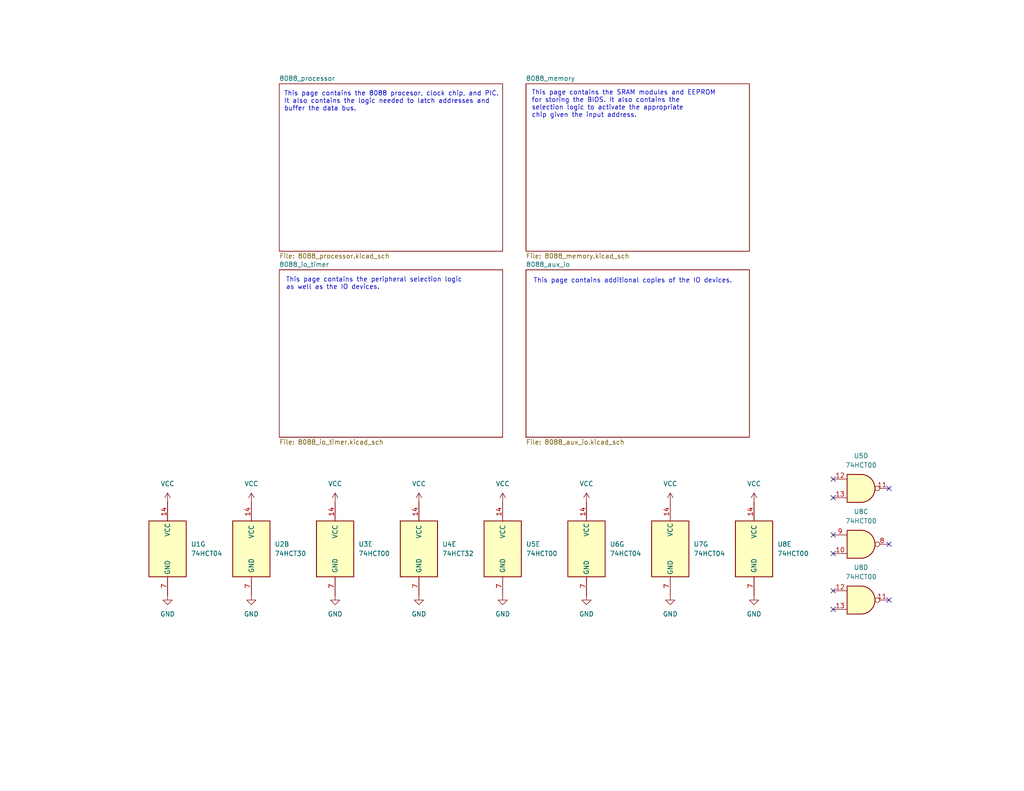
<source format=kicad_sch>
(kicad_sch (version 20231120) (generator "eeschema") (generator_version "8.0")
  (paper "A")
  (title_block (title "8088 Breadboard Computer") (date "2024-11-13") (rev "A") (company "St. Lawrence University") (comment 1 "Author: Kevin Angstadt"))
  (lib_symbols
    (symbol "74xx:74HCT00" (pin_names (offset 1.016))
      (property "Reference" "U" (at 0 1.27 0))
      (property "Value" "74HCT00" (at 0 -1.27 0))
      (symbol "74HCT00_1_1"
        (arc (start 0 -3.81) (mid 3.7934 0) (end 0 3.81) (stroke (width 0.254)) (fill (type background)))
        (polyline (pts (xy 0 3.81) (xy -3.81 3.81) (xy -3.81 -3.81) (xy 0 -3.81)) (stroke (width 0.254)) (fill (type background)))
        (pin input line (at -7.62 2.54 0) (length 3.81) (name "~") (number "1"))
        (pin input line (at -7.62 -2.54 0) (length 3.81) (name "~") (number "2"))
        (pin output inverted (at 7.62 0 180) (length 3.81) (name "~") (number "3"))
      )
      (symbol "74HCT00_1_2"
        (arc (start -3.81 -3.81) (mid -2.589 0) (end -3.81 3.81) (stroke (width 0.254)))
        (arc (start -0.6096 -3.81) (mid 2.1842 -2.5851) (end 3.81 0) (stroke (width 0.254)) (fill (type background)))
        (polyline (pts (xy -3.81 -3.81) (xy -0.635 -3.81)) (stroke (width 0.254)) (fill (type background)))
        (polyline (pts (xy -3.81 3.81) (xy -0.635 3.81)) (stroke (width 0.254)) (fill (type background)))
        (polyline (pts (xy -0.635 3.81) (xy -3.81 3.81) (xy -3.81 3.81) (xy -3.556 3.4036) (xy -3.0226 2.2606) (xy -2.6924 1.0414) (xy -2.6162 -0.254) (xy -2.7686 -1.4986) (xy -3.175 -2.7178) (xy -3.81 -3.81) (xy -3.81 -3.81) (xy -0.635 -3.81)) (stroke (width -25.4)) (fill (type background)))
        (arc (start 3.81 0) (mid 2.1915 2.5936) (end -0.6096 3.81) (stroke (width 0.254)) (fill (type background)))
        (pin input inverted (at -7.62 2.54 0) (length 4.318) (name "~") (number "1"))
        (pin input inverted (at -7.62 -2.54 0) (length 4.318) (name "~") (number "2"))
        (pin output line (at 7.62 0 180) (length 3.81) (name "~") (number "3"))
      )
      (symbol "74HCT00_2_1"
        (arc (start 0 -3.81) (mid 3.7934 0) (end 0 3.81) (stroke (width 0.254)) (fill (type background)))
        (polyline (pts (xy 0 3.81) (xy -3.81 3.81) (xy -3.81 -3.81) (xy 0 -3.81)) (stroke (width 0.254)) (fill (type background)))
        (pin input line (at -7.62 2.54 0) (length 3.81) (name "~") (number "4"))
        (pin input line (at -7.62 -2.54 0) (length 3.81) (name "~") (number "5"))
        (pin output inverted (at 7.62 0 180) (length 3.81) (name "~") (number "6"))
      )
      (symbol "74HCT00_2_2"
        (arc (start -3.81 -3.81) (mid -2.589 0) (end -3.81 3.81) (stroke (width 0.254)))
        (arc (start -0.6096 -3.81) (mid 2.1842 -2.5851) (end 3.81 0) (stroke (width 0.254)) (fill (type background)))
        (polyline (pts (xy -3.81 -3.81) (xy -0.635 -3.81)) (stroke (width 0.254)) (fill (type background)))
        (polyline (pts (xy -3.81 3.81) (xy -0.635 3.81)) (stroke (width 0.254)) (fill (type background)))
        (polyline (pts (xy -0.635 3.81) (xy -3.81 3.81) (xy -3.81 3.81) (xy -3.556 3.4036) (xy -3.0226 2.2606) (xy -2.6924 1.0414) (xy -2.6162 -0.254) (xy -2.7686 -1.4986) (xy -3.175 -2.7178) (xy -3.81 -3.81) (xy -3.81 -3.81) (xy -0.635 -3.81)) (stroke (width -25.4)) (fill (type background)))
        (arc (start 3.81 0) (mid 2.1915 2.5936) (end -0.6096 3.81) (stroke (width 0.254)) (fill (type background)))
        (pin input inverted (at -7.62 2.54 0) (length 4.318) (name "~") (number "4"))
        (pin input inverted (at -7.62 -2.54 0) (length 4.318) (name "~") (number "5"))
        (pin output line (at 7.62 0 180) (length 3.81) (name "~") (number "6"))
      )
      (symbol "74HCT00_3_1"
        (arc (start 0 -3.81) (mid 3.7934 0) (end 0 3.81) (stroke (width 0.254)) (fill (type background)))
        (polyline (pts (xy 0 3.81) (xy -3.81 3.81) (xy -3.81 -3.81) (xy 0 -3.81)) (stroke (width 0.254)) (fill (type background)))
        (pin input line (at -7.62 -2.54 0) (length 3.81) (name "~") (number "10"))
        (pin output inverted (at 7.62 0 180) (length 3.81) (name "~") (number "8"))
        (pin input line (at -7.62 2.54 0) (length 3.81) (name "~") (number "9"))
      )
      (symbol "74HCT00_3_2"
        (arc (start -3.81 -3.81) (mid -2.589 0) (end -3.81 3.81) (stroke (width 0.254)))
        (arc (start -0.6096 -3.81) (mid 2.1842 -2.5851) (end 3.81 0) (stroke (width 0.254)) (fill (type background)))
        (polyline (pts (xy -3.81 -3.81) (xy -0.635 -3.81)) (stroke (width 0.254)) (fill (type background)))
        (polyline (pts (xy -3.81 3.81) (xy -0.635 3.81)) (stroke (width 0.254)) (fill (type background)))
        (polyline (pts (xy -0.635 3.81) (xy -3.81 3.81) (xy -3.81 3.81) (xy -3.556 3.4036) (xy -3.0226 2.2606) (xy -2.6924 1.0414) (xy -2.6162 -0.254) (xy -2.7686 -1.4986) (xy -3.175 -2.7178) (xy -3.81 -3.81) (xy -3.81 -3.81) (xy -0.635 -3.81)) (stroke (width -25.4)) (fill (type background)))
        (arc (start 3.81 0) (mid 2.1915 2.5936) (end -0.6096 3.81) (stroke (width 0.254)) (fill (type background)))
        (pin input inverted (at -7.62 -2.54 0) (length 4.318) (name "~") (number "10"))
        (pin output line (at 7.62 0 180) (length 3.81) (name "~") (number "8"))
        (pin input inverted (at -7.62 2.54 0) (length 4.318) (name "~") (number "9"))
      )
      (symbol "74HCT00_4_1"
        (arc (start 0 -3.81) (mid 3.7934 0) (end 0 3.81) (stroke (width 0.254)) (fill (type background)))
        (polyline (pts (xy 0 3.81) (xy -3.81 3.81) (xy -3.81 -3.81) (xy 0 -3.81)) (stroke (width 0.254)) (fill (type background)))
        (pin output inverted (at 7.62 0 180) (length 3.81) (name "~") (number "11"))
        (pin input line (at -7.62 2.54 0) (length 3.81) (name "~") (number "12"))
        (pin input line (at -7.62 -2.54 0) (length 3.81) (name "~") (number "13"))
      )
      (symbol "74HCT00_4_2"
        (arc (start -3.81 -3.81) (mid -2.589 0) (end -3.81 3.81) (stroke (width 0.254)))
        (arc (start -0.6096 -3.81) (mid 2.1842 -2.5851) (end 3.81 0) (stroke (width 0.254)) (fill (type background)))
        (polyline (pts (xy -3.81 -3.81) (xy -0.635 -3.81)) (stroke (width 0.254)) (fill (type background)))
        (polyline (pts (xy -3.81 3.81) (xy -0.635 3.81)) (stroke (width 0.254)) (fill (type background)))
        (polyline (pts (xy -0.635 3.81) (xy -3.81 3.81) (xy -3.81 3.81) (xy -3.556 3.4036) (xy -3.0226 2.2606) (xy -2.6924 1.0414) (xy -2.6162 -0.254) (xy -2.7686 -1.4986) (xy -3.175 -2.7178) (xy -3.81 -3.81) (xy -3.81 -3.81) (xy -0.635 -3.81)) (stroke (width -25.4)) (fill (type background)))
        (arc (start 3.81 0) (mid 2.1915 2.5936) (end -0.6096 3.81) (stroke (width 0.254)) (fill (type background)))
        (pin output line (at 7.62 0 180) (length 3.81) (name "~") (number "11"))
        (pin input inverted (at -7.62 2.54 0) (length 4.318) (name "~") (number "12"))
        (pin input inverted (at -7.62 -2.54 0) (length 4.318) (name "~") (number "13"))
      )
      (symbol "74HCT00_5_0"
        (pin power_in line (at 0 12.7 270) (length 5.08) (name "VCC") (number "14"))
        (pin power_in line (at 0 -12.7 90) (length 5.08) (name "GND") (number "7"))
      )
      (symbol "74HCT00_5_1"
        (rectangle (start -5.08 7.62) (end 5.08 -7.62) (stroke (width 0.254)) (fill (type background)))
      )
    )
    (symbol "74xx:74HCT04"
      (property "Reference" "U" (at 0 1.27 0))
      (property "Value" "74HCT04" (at 0 -1.27 0))
      (symbol "74HCT04_1_0"
        (polyline (pts (xy -3.81 3.81) (xy -3.81 -3.81) (xy 3.81 0) (xy -3.81 3.81)) (stroke (width 0.254)) (fill (type background)))
        (pin input line (at -7.62 0 0) (length 3.81) (name "~") (number "1"))
        (pin output inverted (at 7.62 0 180) (length 3.81) (name "~") (number "2"))
      )
      (symbol "74HCT04_2_0"
        (polyline (pts (xy -3.81 3.81) (xy -3.81 -3.81) (xy 3.81 0) (xy -3.81 3.81)) (stroke (width 0.254)) (fill (type background)))
        (pin input line (at -7.62 0 0) (length 3.81) (name "~") (number "3"))
        (pin output inverted (at 7.62 0 180) (length 3.81) (name "~") (number "4"))
      )
      (symbol "74HCT04_3_0"
        (polyline (pts (xy -3.81 3.81) (xy -3.81 -3.81) (xy 3.81 0) (xy -3.81 3.81)) (stroke (width 0.254)) (fill (type background)))
        (pin input line (at -7.62 0 0) (length 3.81) (name "~") (number "5"))
        (pin output inverted (at 7.62 0 180) (length 3.81) (name "~") (number "6"))
      )
      (symbol "74HCT04_4_0"
        (polyline (pts (xy -3.81 3.81) (xy -3.81 -3.81) (xy 3.81 0) (xy -3.81 3.81)) (stroke (width 0.254)) (fill (type background)))
        (pin output inverted (at 7.62 0 180) (length 3.81) (name "~") (number "8"))
        (pin input line (at -7.62 0 0) (length 3.81) (name "~") (number "9"))
      )
      (symbol "74HCT04_5_0"
        (polyline (pts (xy -3.81 3.81) (xy -3.81 -3.81) (xy 3.81 0) (xy -3.81 3.81)) (stroke (width 0.254)) (fill (type background)))
        (pin output inverted (at 7.62 0 180) (length 3.81) (name "~") (number "10"))
        (pin input line (at -7.62 0 0) (length 3.81) (name "~") (number "11"))
      )
      (symbol "74HCT04_6_0"
        (polyline (pts (xy -3.81 3.81) (xy -3.81 -3.81) (xy 3.81 0) (xy -3.81 3.81)) (stroke (width 0.254)) (fill (type background)))
        (pin output inverted (at 7.62 0 180) (length 3.81) (name "~") (number "12"))
        (pin input line (at -7.62 0 0) (length 3.81) (name "~") (number "13"))
      )
      (symbol "74HCT04_7_0"
        (pin power_in line (at 0 12.7 270) (length 5.08) (name "VCC") (number "14"))
        (pin power_in line (at 0 -12.7 90) (length 5.08) (name "GND") (number "7"))
      )
      (symbol "74HCT04_7_1"
        (rectangle (start -5.08 7.62) (end 5.08 -7.62) (stroke (width 0.254)) (fill (type background)))
      )
    )
    (symbol "8088_Library:74HCT30" (pin_names (offset 1.016))
      (property "Reference" "U" (at 0 1.27 0))
      (property "Value" "74HCT30" (at 0 -1.27 0))
      (symbol "74HCT30_1_1"
        (arc (start 0 -3.81) (mid 3.7934 0) (end 0 3.81) (stroke (width 0.254)) (fill (type background)))
        (polyline (pts (xy -3.81 7.62) (xy -3.81 -10.16)) (stroke (width 0.254)))
        (polyline (pts (xy 0 3.81) (xy -3.81 3.81) (xy -3.81 -3.81) (xy 0 -3.81)) (stroke (width 0.254)) (fill (type background)))
        (pin input line (at -7.62 7.62 0) (length 3.81) (name "~") (number "1"))
        (pin input line (at -7.62 -7.62 0) (length 3.81) (name "~") (number "11"))
        (pin input line (at -7.62 -10.16 0) (length 3.81) (name "~") (number "12"))
        (pin input line (at -7.62 5.08 0) (length 3.81) (name "~") (number "2"))
        (pin input line (at -7.62 2.54 0) (length 3.81) (name "~") (number "3"))
        (pin input line (at -7.62 0 0) (length 3.81) (name "~") (number "4"))
        (pin input line (at -7.62 -2.54 0) (length 3.81) (name "~") (number "5"))
        (pin input line (at -7.62 -5.08 0) (length 3.81) (name "~") (number "6"))
        (pin output inverted (at 7.62 0 180) (length 3.81) (name "~") (number "8"))
      )
      (symbol "74HCT30_1_2"
        (arc (start -3.81 -3.81) (mid -2.589 0) (end -3.81 3.81) (stroke (width 0.254)))
        (arc (start -0.6096 -3.81) (mid 2.1842 -2.5851) (end 3.81 0) (stroke (width 0.254)) (fill (type background)))
        (polyline (pts (xy -3.81 -3.81) (xy -3.81 -10.16)) (stroke (width 0.254)))
        (polyline (pts (xy -3.81 -3.81) (xy -0.635 -3.81)) (stroke (width 0.254)) (fill (type background)))
        (polyline (pts (xy -3.81 3.81) (xy -0.635 3.81)) (stroke (width 0.254)) (fill (type background)))
        (polyline (pts (xy -3.81 7.62) (xy -3.81 3.81)) (stroke (width 0.254)))
        (polyline (pts (xy -0.635 3.81) (xy -3.81 3.81) (xy -3.81 3.81) (xy -3.556 3.4036) (xy -3.0226 2.2606) (xy -2.6924 1.0414) (xy -2.6162 -0.254) (xy -2.7686 -1.4986) (xy -3.175 -2.7178) (xy -3.81 -3.81) (xy -3.81 -3.81) (xy -0.635 -3.81)) (stroke (width -25.4)) (fill (type background)))
        (arc (start 3.81 0) (mid 2.1915 2.5936) (end -0.6096 3.81) (stroke (width 0.254)) (fill (type background)))
        (pin input inverted (at -7.62 7.62 0) (length 3.81) (name "~") (number "1"))
        (pin input inverted (at -7.62 -7.62 0) (length 3.81) (name "~") (number "11"))
        (pin input inverted (at -7.62 -10.16 0) (length 3.81) (name "~") (number "12"))
        (pin input inverted (at -7.62 5.08 0) (length 3.81) (name "~") (number "2"))
        (pin input inverted (at -7.62 2.54 0) (length 4.5466) (name "~") (number "3"))
        (pin input inverted (at -7.62 0 0) (length 5.08) (name "~") (number "4"))
        (pin input inverted (at -7.62 -2.54 0) (length 4.5466) (name "~") (number "5"))
        (pin input inverted (at -7.62 -5.08 0) (length 3.81) (name "~") (number "6"))
        (pin output line (at 7.62 0 180) (length 3.81) (name "~") (number "8"))
      )
      (symbol "74HCT30_2_0"
        (pin power_in line (at 0 12.7 270) (length 5.08) (name "VCC") (number "14"))
        (pin power_in line (at 0 -12.7 90) (length 5.08) (name "GND") (number "7"))
      )
      (symbol "74HCT30_2_1"
        (rectangle (start -5.08 7.62) (end 5.08 -7.62) (stroke (width 0.254)) (fill (type background)))
      )
    )
    (symbol "8088_Library:74HCT32" (pin_names (offset 1.016))
      (property "Reference" "U" (at 0 1.27 0))
      (property "Value" "74HCT32" (at 0 -1.27 0))
      (symbol "74HCT32_1_1"
        (arc (start -3.81 -3.81) (mid -2.589 0) (end -3.81 3.81) (stroke (width 0.254)))
        (arc (start -0.6096 -3.81) (mid 2.1842 -2.5851) (end 3.81 0) (stroke (width 0.254)) (fill (type background)))
        (polyline (pts (xy -3.81 -3.81) (xy -0.635 -3.81)) (stroke (width 0.254)) (fill (type background)))
        (polyline (pts (xy -3.81 3.81) (xy -0.635 3.81)) (stroke (width 0.254)) (fill (type background)))
        (polyline (pts (xy -0.635 3.81) (xy -3.81 3.81) (xy -3.81 3.81) (xy -3.556 3.4036) (xy -3.0226 2.2606) (xy -2.6924 1.0414) (xy -2.6162 -0.254) (xy -2.7686 -1.4986) (xy -3.175 -2.7178) (xy -3.81 -3.81) (xy -3.81 -3.81) (xy -0.635 -3.81)) (stroke (width -25.4)) (fill (type background)))
        (arc (start 3.81 0) (mid 2.1915 2.5936) (end -0.6096 3.81) (stroke (width 0.254)) (fill (type background)))
        (pin input line (at -7.62 2.54 0) (length 4.318) (name "~") (number "1"))
        (pin input line (at -7.62 -2.54 0) (length 4.318) (name "~") (number "2"))
        (pin output line (at 7.62 0 180) (length 3.81) (name "~") (number "3"))
      )
      (symbol "74HCT32_1_2"
        (arc (start 0 -3.81) (mid 3.7934 0) (end 0 3.81) (stroke (width 0.254)) (fill (type background)))
        (polyline (pts (xy 0 3.81) (xy -3.81 3.81) (xy -3.81 -3.81) (xy 0 -3.81)) (stroke (width 0.254)) (fill (type background)))
        (pin input inverted (at -7.62 2.54 0) (length 3.81) (name "~") (number "1"))
        (pin input inverted (at -7.62 -2.54 0) (length 3.81) (name "~") (number "2"))
        (pin output inverted (at 7.62 0 180) (length 3.81) (name "~") (number "3"))
      )
      (symbol "74HCT32_2_1"
        (arc (start -3.81 -3.81) (mid -2.589 0) (end -3.81 3.81) (stroke (width 0.254)))
        (arc (start -0.6096 -3.81) (mid 2.1842 -2.5851) (end 3.81 0) (stroke (width 0.254)) (fill (type background)))
        (polyline (pts (xy -3.81 -3.81) (xy -0.635 -3.81)) (stroke (width 0.254)) (fill (type background)))
        (polyline (pts (xy -3.81 3.81) (xy -0.635 3.81)) (stroke (width 0.254)) (fill (type background)))
        (polyline (pts (xy -0.635 3.81) (xy -3.81 3.81) (xy -3.81 3.81) (xy -3.556 3.4036) (xy -3.0226 2.2606) (xy -2.6924 1.0414) (xy -2.6162 -0.254) (xy -2.7686 -1.4986) (xy -3.175 -2.7178) (xy -3.81 -3.81) (xy -3.81 -3.81) (xy -0.635 -3.81)) (stroke (width -25.4)) (fill (type background)))
        (arc (start 3.81 0) (mid 2.1915 2.5936) (end -0.6096 3.81) (stroke (width 0.254)) (fill (type background)))
        (pin input line (at -7.62 2.54 0) (length 4.318) (name "~") (number "4"))
        (pin input line (at -7.62 -2.54 0) (length 4.318) (name "~") (number "5"))
        (pin output line (at 7.62 0 180) (length 3.81) (name "~") (number "6"))
      )
      (symbol "74HCT32_2_2"
        (arc (start 0 -3.81) (mid 3.7934 0) (end 0 3.81) (stroke (width 0.254)) (fill (type background)))
        (polyline (pts (xy 0 3.81) (xy -3.81 3.81) (xy -3.81 -3.81) (xy 0 -3.81)) (stroke (width 0.254)) (fill (type background)))
        (pin input inverted (at -7.62 2.54 0) (length 3.81) (name "~") (number "4"))
        (pin input inverted (at -7.62 -2.54 0) (length 3.81) (name "~") (number "5"))
        (pin output inverted (at 7.62 0 180) (length 3.81) (name "~") (number "6"))
      )
      (symbol "74HCT32_3_1"
        (arc (start -3.81 -3.81) (mid -2.589 0) (end -3.81 3.81) (stroke (width 0.254)))
        (arc (start -0.6096 -3.81) (mid 2.1842 -2.5851) (end 3.81 0) (stroke (width 0.254)) (fill (type background)))
        (polyline (pts (xy -3.81 -3.81) (xy -0.635 -3.81)) (stroke (width 0.254)) (fill (type background)))
        (polyline (pts (xy -3.81 3.81) (xy -0.635 3.81)) (stroke (width 0.254)) (fill (type background)))
        (polyline (pts (xy -0.635 3.81) (xy -3.81 3.81) (xy -3.81 3.81) (xy -3.556 3.4036) (xy -3.0226 2.2606) (xy -2.6924 1.0414) (xy -2.6162 -0.254) (xy -2.7686 -1.4986) (xy -3.175 -2.7178) (xy -3.81 -3.81) (xy -3.81 -3.81) (xy -0.635 -3.81)) (stroke (width -25.4)) (fill (type background)))
        (arc (start 3.81 0) (mid 2.1915 2.5936) (end -0.6096 3.81) (stroke (width 0.254)) (fill (type background)))
        (pin input line (at -7.62 -2.54 0) (length 4.318) (name "~") (number "10"))
        (pin output line (at 7.62 0 180) (length 3.81) (name "~") (number "8"))
        (pin input line (at -7.62 2.54 0) (length 4.318) (name "~") (number "9"))
      )
      (symbol "74HCT32_3_2"
        (arc (start 0 -3.81) (mid 3.7934 0) (end 0 3.81) (stroke (width 0.254)) (fill (type background)))
        (polyline (pts (xy 0 3.81) (xy -3.81 3.81) (xy -3.81 -3.81) (xy 0 -3.81)) (stroke (width 0.254)) (fill (type background)))
        (pin input inverted (at -7.62 -2.54 0) (length 3.81) (name "~") (number "10"))
        (pin output inverted (at 7.62 0 180) (length 3.81) (name "~") (number "8"))
        (pin input inverted (at -7.62 2.54 0) (length 3.81) (name "~") (number "9"))
      )
      (symbol "74HCT32_4_1"
        (arc (start -3.81 -3.81) (mid -2.589 0) (end -3.81 3.81) (stroke (width 0.254)))
        (arc (start -0.6096 -3.81) (mid 2.1842 -2.5851) (end 3.81 0) (stroke (width 0.254)) (fill (type background)))
        (polyline (pts (xy -3.81 -3.81) (xy -0.635 -3.81)) (stroke (width 0.254)) (fill (type background)))
        (polyline (pts (xy -3.81 3.81) (xy -0.635 3.81)) (stroke (width 0.254)) (fill (type background)))
        (polyline (pts (xy -0.635 3.81) (xy -3.81 3.81) (xy -3.81 3.81) (xy -3.556 3.4036) (xy -3.0226 2.2606) (xy -2.6924 1.0414) (xy -2.6162 -0.254) (xy -2.7686 -1.4986) (xy -3.175 -2.7178) (xy -3.81 -3.81) (xy -3.81 -3.81) (xy -0.635 -3.81)) (stroke (width -25.4)) (fill (type background)))
        (arc (start 3.81 0) (mid 2.1915 2.5936) (end -0.6096 3.81) (stroke (width 0.254)) (fill (type background)))
        (pin output line (at 7.62 0 180) (length 3.81) (name "~") (number "11"))
        (pin input line (at -7.62 2.54 0) (length 4.318) (name "~") (number "12"))
        (pin input line (at -7.62 -2.54 0) (length 4.318) (name "~") (number "13"))
      )
      (symbol "74HCT32_4_2"
        (arc (start 0 -3.81) (mid 3.7934 0) (end 0 3.81) (stroke (width 0.254)) (fill (type background)))
        (polyline (pts (xy 0 3.81) (xy -3.81 3.81) (xy -3.81 -3.81) (xy 0 -3.81)) (stroke (width 0.254)) (fill (type background)))
        (pin output inverted (at 7.62 0 180) (length 3.81) (name "~") (number "11"))
        (pin input inverted (at -7.62 2.54 0) (length 3.81) (name "~") (number "12"))
        (pin input inverted (at -7.62 -2.54 0) (length 3.81) (name "~") (number "13"))
      )
      (symbol "74HCT32_5_0"
        (pin power_in line (at 0 12.7 270) (length 5.08) (name "VCC") (number "14"))
        (pin power_in line (at 0 -12.7 90) (length 5.08) (name "GND") (number "7"))
      )
      (symbol "74HCT32_5_1"
        (rectangle (start -5.08 7.62) (end 5.08 -7.62) (stroke (width 0.254)) (fill (type background)))
      )
    )
    (symbol "power:GND" (power) (pin_numbers hide) (pin_names (offset 0) hide)
      (property "Value" "GND" (at 0 -3.81 0))
      (symbol "GND_0_1"
        (polyline (pts (xy 0 0) (xy 0 -1.27) (xy 1.27 -1.27) (xy 0 -2.54) (xy -1.27 -1.27) (xy 0 -1.27)))
      )
      (symbol "GND_1_1"
        (pin power_in line (at 0 0 270) (length 0) (name "~") (number "1"))
      )
    )
    (symbol "power:VCC" (power) (pin_numbers hide) (pin_names (offset 0) hide)
      (property "Value" "VCC" (at 0 3.556 0))
      (symbol "VCC_0_1"
        (polyline (pts (xy -0.762 1.27) (xy 0 2.54)))
        (polyline (pts (xy 0 0) (xy 0 2.54)))
        (polyline (pts (xy 0 2.54) (xy 0.762 1.27)))
      )
      (symbol "VCC_1_1"
        (pin power_in line (at 0 0 90) (length 0) (name "~") (number "1"))
      )
    )
  )
  (no_connect (at 227.33 161.29))
  (no_connect (at 227.33 135.89))
  (no_connect (at 227.33 146.05))
  (no_connect (at 242.57 163.83))
  (no_connect (at 227.33 166.37))
  (no_connect (at 227.33 151.13))
  (no_connect (at 242.57 133.35))
  (no_connect (at 242.57 148.59))
  (no_connect (at 227.33 130.81))
  (text "This page contains the peripheral selection logic\nas well as the IO devices." (at 77.978 75.692 0) (effects (font (size 1.27 1.27)) (justify left top)))
  (text "This page contains additional copies of the IO devices." (at 145.542 75.946 0) (effects (font (size 1.27 1.27)) (justify left top)))
  (text "This page contains the 8088 procesor, clock chip, and PIC. \nIt also contains the logic needed to latch addresses and \nbuffer the data bus." (at 77.47 24.892 0) (effects (font (size 1.27 1.27)) (justify left top)))
  (text "This page contains the SRAM modules and EEPROM\nfor storing the BIOS. It also contains the \nselection logic to activate the appropriate\nchip given the input address." (at 145.034 24.638 0) (effects (font (size 1.27 1.27)) (justify left top)))
  (symbol (lib_id "74xx:74HCT00") (at 137.16 149.86 0) (unit 5)
    (property "Reference" "U5" (at 143.51 148.5899 0) (effects (justify left)))
    (property "Value" "74HCT00" (at 143.51 151.1299 0) (effects (justify left)))
    (property "Datasheet" "http://www.ti.com/lit/gpn/sn74hct00" (effects (hide yes)))
    (property "Description" "quad 2-input NAND gate" (effects (hide yes)))
  )
  (symbol (lib_id "power:GND") (at 114.3 162.56 0) (unit 1)
    (property "Reference" "#PWR08" (effects (hide yes)))
    (property "Value" "GND" (at 114.3 167.64 0))
    (property "Description" "Power symbol creates a global label with name \"GND\" , ground" (effects (hide yes)))
  )
  (symbol (lib_id "74xx:74HCT04") (at 160.02 149.86 0) (unit 7)
    (property "Reference" "U6" (at 166.37 148.5899 0) (effects (justify left)))
    (property "Value" "74HCT04" (at 166.37 151.1299 0) (effects (justify left)))
    (property "Datasheet" "https://assets.nexperia.com/documents/data-sheet/74HC_HCT04.pdf" (effects (hide yes)))
    (property "Description" "Hex Inverter" (effects (hide yes)))
  )
  (symbol (lib_id "power:VCC") (at 205.74 137.16 0) (unit 1)
    (property "Reference" "#PWR015" (effects (hide yes)))
    (property "Value" "VCC" (at 205.74 132.08 0))
    (property "Description" "Power symbol creates a global label with name \"VCC\"" (effects (hide yes)))
  )
  (symbol (lib_id "74xx:74HCT00") (at 91.44 149.86 0) (unit 5)
    (property "Reference" "U3" (at 97.79 148.5899 0) (effects (justify left)))
    (property "Value" "74HCT00" (at 97.79 151.1299 0) (effects (justify left)))
    (property "Datasheet" "http://www.ti.com/lit/gpn/sn74hct00" (effects (hide yes)))
    (property "Description" "quad 2-input NAND gate" (effects (hide yes)))
  )
  (symbol (lib_id "8088_Library:74HCT30") (at 68.58 149.86 0) (unit 2)
    (property "Reference" "U2" (at 74.93 148.5899 0) (effects (justify left)))
    (property "Value" "74HCT30" (at 74.93 151.1299 0) (effects (justify left)))
    (property "Datasheet" "http://www.ti.com/lit/gpn/sn74LS30" (effects (hide yes)))
    (property "Description" "8-input NAND" (effects (hide yes)))
  )
  (symbol (lib_id "power:VCC") (at 68.58 137.16 0) (unit 1)
    (property "Reference" "#PWR03" (effects (hide yes)))
    (property "Value" "VCC" (at 68.58 132.08 0))
    (property "Description" "Power symbol creates a global label with name \"VCC\"" (effects (hide yes)))
  )
  (symbol (lib_id "power:VCC") (at 114.3 137.16 0) (unit 1)
    (property "Reference" "#PWR07" (effects (hide yes)))
    (property "Value" "VCC" (at 114.3 132.08 0))
    (property "Description" "Power symbol creates a global label with name \"VCC\"" (effects (hide yes)))
  )
  (symbol (lib_id "power:GND") (at 137.16 162.56 0) (unit 1)
    (property "Reference" "#PWR010" (effects (hide yes)))
    (property "Value" "GND" (at 137.16 167.64 0))
    (property "Description" "Power symbol creates a global label with name \"GND\" , ground" (effects (hide yes)))
  )
  (symbol (lib_id "74xx:74HCT00") (at 234.95 133.35 0) (unit 4)
    (property "Reference" "U5" (at 234.9417 124.46 0))
    (property "Value" "74HCT00" (at 234.9417 127 0))
    (property "Datasheet" "http://www.ti.com/lit/gpn/sn74hct00" (effects (hide yes)))
    (property "Description" "quad 2-input NAND gate" (effects (hide yes)))
  )
  (symbol (lib_id "power:VCC") (at 137.16 137.16 0) (unit 1)
    (property "Reference" "#PWR09" (effects (hide yes)))
    (property "Value" "VCC" (at 137.16 132.08 0))
    (property "Description" "Power symbol creates a global label with name \"VCC\"" (effects (hide yes)))
  )
  (symbol (lib_id "power:GND") (at 91.44 162.56 0) (unit 1)
    (property "Reference" "#PWR06" (effects (hide yes)))
    (property "Value" "GND" (at 91.44 167.64 0))
    (property "Description" "Power symbol creates a global label with name \"GND\" , ground" (effects (hide yes)))
  )
  (symbol (lib_id "power:VCC") (at 160.02 137.16 0) (unit 1)
    (property "Reference" "#PWR011" (effects (hide yes)))
    (property "Value" "VCC" (at 160.02 132.08 0))
    (property "Description" "Power symbol creates a global label with name \"VCC\"" (effects (hide yes)))
  )
  (symbol (lib_id "74xx:74HCT00") (at 205.74 149.86 0) (mirror y) (unit 5)
    (property "Reference" "U8" (at 212.09 148.5899 0) (effects (justify right)))
    (property "Value" "74HCT00" (at 212.09 151.1299 0) (effects (justify right)))
    (property "Datasheet" "http://www.ti.com/lit/gpn/sn74hct00" (effects (hide yes)))
    (property "Description" "quad 2-input NAND gate" (effects (hide yes)))
  )
  (symbol (lib_id "power:GND") (at 45.72 162.56 0) (unit 1)
    (property "Reference" "#PWR02" (effects (hide yes)))
    (property "Value" "GND" (at 45.72 167.64 0))
    (property "Description" "Power symbol creates a global label with name \"GND\" , ground" (effects (hide yes)))
  )
  (symbol (lib_id "power:VCC") (at 91.44 137.16 0) (unit 1)
    (property "Reference" "#PWR05" (effects (hide yes)))
    (property "Value" "VCC" (at 91.44 132.08 0))
    (property "Description" "Power symbol creates a global label with name \"VCC\"" (effects (hide yes)))
  )
  (symbol (lib_id "power:GND") (at 160.02 162.56 0) (unit 1)
    (property "Reference" "#PWR012" (effects (hide yes)))
    (property "Value" "GND" (at 160.02 167.64 0))
    (property "Description" "Power symbol creates a global label with name \"GND\" , ground" (effects (hide yes)))
  )
  (symbol (lib_id "74xx:74HCT04") (at 45.72 149.86 0) (unit 7)
    (property "Reference" "U1" (at 52.07 148.5899 0) (effects (justify left)))
    (property "Value" "74HCT04" (at 52.07 151.1299 0) (effects (justify left)))
    (property "Datasheet" "https://assets.nexperia.com/documents/data-sheet/74HC_HCT04.pdf" (effects (hide yes)))
    (property "Description" "Hex Inverter" (effects (hide yes)))
  )
  (symbol (lib_id "power:GND") (at 68.58 162.56 0) (unit 1)
    (property "Reference" "#PWR04" (effects (hide yes)))
    (property "Value" "GND" (at 68.58 167.64 0))
    (property "Description" "Power symbol creates a global label with name \"GND\" , ground" (effects (hide yes)))
  )
  (symbol (lib_id "8088_Library:74HCT32") (at 114.3 149.86 0) (unit 5)
    (property "Reference" "U4" (at 120.65 148.5899 0) (effects (justify left)))
    (property "Value" "74HCT32" (at 120.65 151.1299 0) (effects (justify left)))
    (property "Datasheet" "http://www.ti.com/lit/gpn/sn74LS32" (effects (hide yes)))
    (property "Description" "Quad 2-input OR" (effects (hide yes)))
  )
  (symbol (lib_id "power:GND") (at 205.74 162.56 0) (unit 1)
    (property "Reference" "#PWR016" (effects (hide yes)))
    (property "Value" "GND" (at 205.74 167.64 0))
    (property "Description" "Power symbol creates a global label with name \"GND\" , ground" (effects (hide yes)))
  )
  (symbol (lib_id "74xx:74HCT04") (at 182.88 149.86 0) (unit 7)
    (property "Reference" "U7" (at 189.23 148.5899 0) (effects (justify left)))
    (property "Value" "74HCT04" (at 189.23 151.1299 0) (effects (justify left)))
    (property "Datasheet" "https://assets.nexperia.com/documents/data-sheet/74HC_HCT04.pdf" (effects (hide yes)))
    (property "Description" "Hex Inverter" (effects (hide yes)))
  )
  (symbol (lib_id "power:GND") (at 182.88 162.56 0) (unit 1)
    (property "Reference" "#PWR014" (effects (hide yes)))
    (property "Value" "GND" (at 182.88 167.64 0))
    (property "Description" "Power symbol creates a global label with name \"GND\" , ground" (effects (hide yes)))
  )
  (symbol (lib_id "power:VCC") (at 45.72 137.16 0) (unit 1)
    (property "Reference" "#PWR01" (effects (hide yes)))
    (property "Value" "VCC" (at 45.72 132.08 0))
    (property "Description" "Power symbol creates a global label with name \"VCC\"" (effects (hide yes)))
  )
  (symbol (lib_id "power:VCC") (at 182.88 137.16 0) (unit 1)
    (property "Reference" "#PWR013" (effects (hide yes)))
    (property "Value" "VCC" (at 182.88 132.08 0))
    (property "Description" "Power symbol creates a global label with name \"VCC\"" (effects (hide yes)))
  )
  (symbol (lib_id "74xx:74HCT00") (at 234.95 163.83 0) (unit 4)
    (property "Reference" "U8" (at 234.9417 154.94 0))
    (property "Value" "74HCT00" (at 234.9417 157.48 0))
    (property "Datasheet" "http://www.ti.com/lit/gpn/sn74hct00" (effects (hide yes)))
    (property "Description" "quad 2-input NAND gate" (effects (hide yes)))
  )
  (symbol (lib_id "74xx:74HCT00") (at 234.95 148.59 0) (unit 3)
    (property "Reference" "U8" (at 234.9417 139.7 0))
    (property "Value" "74HCT00" (at 234.9417 142.24 0))
    (property "Datasheet" "http://www.ti.com/lit/gpn/sn74hct00" (effects (hide yes)))
    (property "Description" "quad 2-input NAND gate" (effects (hide yes)))
  )
  (sheet (at 76.2 73.66) (size 60.96 45.72) (stroke (width 0.1524))
    (property "Sheetname" "8088_io_timer" (at 76.2 72.9484 0) (effects (justify left bottom)))
    (property "Sheetfile" "8088_io_timer.kicad_sch" (at 76.2 119.9646 0) (effects (justify left top)))
  )
  (sheet (at 143.51 73.66) (size 60.96 45.72) (stroke (width 0.1524))
    (property "Sheetname" "8088_aux_io" (at 143.51 72.9484 0) (effects (justify left bottom)))
    (property "Sheetfile" "8088_aux_io.kicad_sch" (at 143.51 119.9646 0) (effects (justify left top)))
  )
  (sheet (at 143.51 22.86) (size 60.96 45.72) (stroke (width 0.1524))
    (property "Sheetname" "8088_memory" (at 143.51 22.1484 0) (effects (justify left bottom)))
    (property "Sheetfile" "8088_memory.kicad_sch" (at 143.51 69.1646 0) (effects (justify left top)))
  )
  (sheet (at 76.2 22.86) (size 60.96 45.72) (stroke (width 0.1524))
    (property "Sheetname" "8088_processor" (at 76.2 22.1484 0) (effects (justify left bottom)))
    (property "Sheetfile" "8088_processor.kicad_sch" (at 76.2 69.1646 0) (effects (justify left top)))
  )
)
</source>
